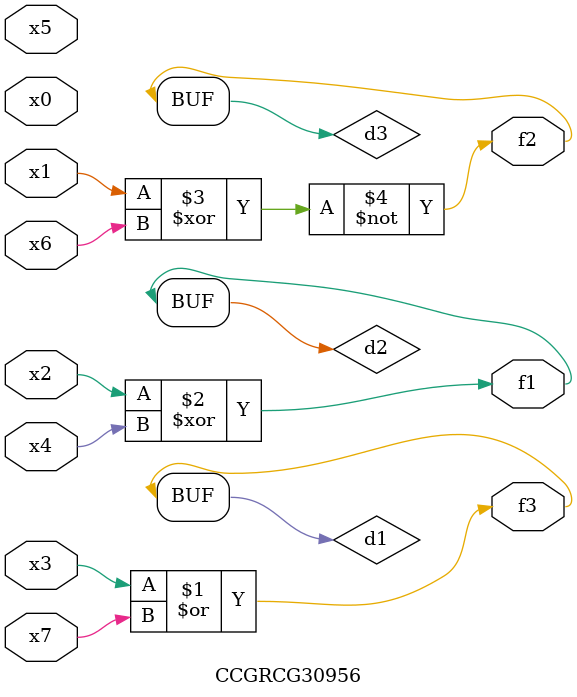
<source format=v>
module CCGRCG30956(
	input x0, x1, x2, x3, x4, x5, x6, x7,
	output f1, f2, f3
);

	wire d1, d2, d3;

	or (d1, x3, x7);
	xor (d2, x2, x4);
	xnor (d3, x1, x6);
	assign f1 = d2;
	assign f2 = d3;
	assign f3 = d1;
endmodule

</source>
